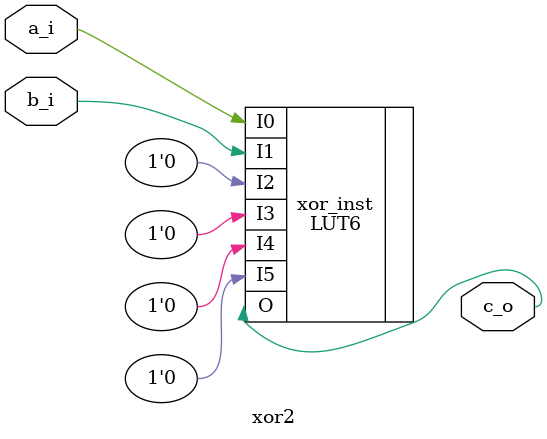
<source format=sv>
module xor2
  (input [0:0] a_i
  ,input [0:0] b_i
  ,output [0:0] c_o);

   // Implement a Two-Input Exclusive OR Module (xor2). You must use the LUT6 module.
   // 
   // Your code here:
   LUT6 #(.INIT(64'h0000_0000_0000_0006)) xor_inst(
   	.O(c_o),
   	.I0(a_i),
   	.I1(b_i),
   	.I2(1'b0),
   	.I3(1'b0),
   	.I4(1'b0),
   	.I5(1'b0));
   	
endmodule

</source>
